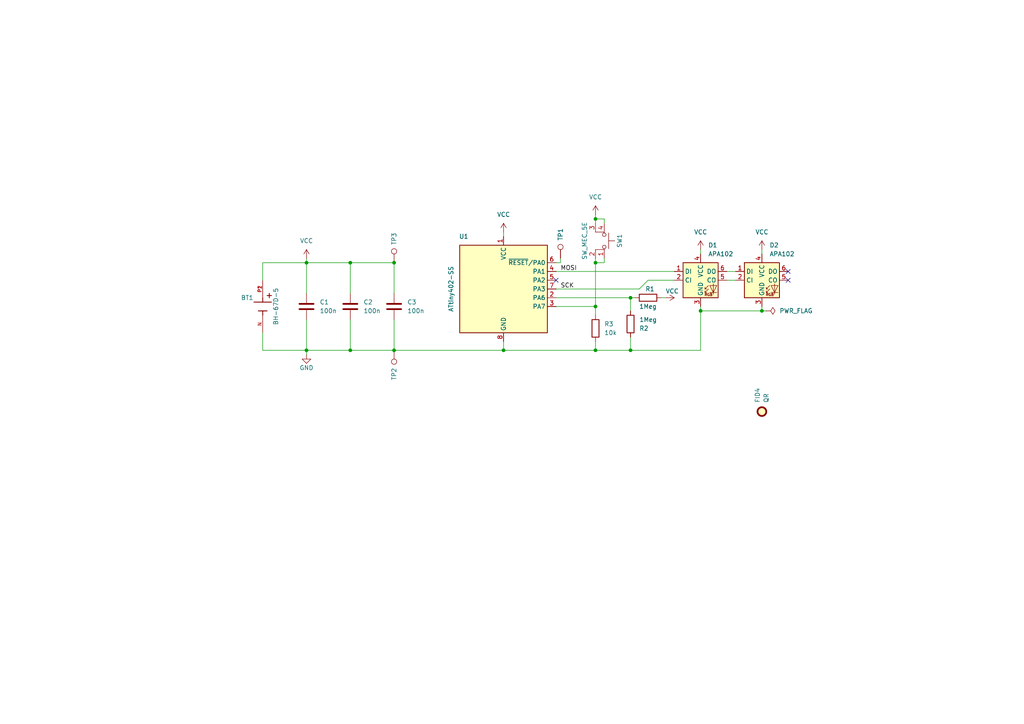
<source format=kicad_sch>
(kicad_sch (version 20230121) (generator eeschema)
  (paper "A4")
  (title_block (title "${acronym} - ${title}") (date "${date}") (rev "${revision}") (company "${company}") (comment 1 "${creator}") (comment 2 "${license}"))
  (lib_symbols
    (symbol "Battery_BH:BH-67D-5" (pin_names (offset 1.016))
      (property "Reference" "BT" (at -3.81 3.81 0))
      (property "Value" "BH-67D-5" (at -3.81 -5.08 0))
      (symbol "BH-67D-5_0_0"
        (polyline (pts (xy -3.81 1.905) (xy -2.54 1.905)) (stroke (width 0.254)))
        (polyline (pts (xy -3.175 2.54) (xy -3.175 1.27)) (stroke (width 0.254)))
        (polyline (pts (xy -1.27 0) (xy -2.54 0)) (stroke (width 0.254)))
        (polyline (pts (xy -1.27 2.54) (xy -1.27 -2.54)) (stroke (width 0.254)))
        (polyline (pts (xy 1.27 0) (xy 2.54 0)) (stroke (width 0.254)))
        (polyline (pts (xy 1.27 1.27) (xy 1.27 -1.27)) (stroke (width 0.254)))
      )
      (symbol "BH-67D-5_1_0"
        (pin power_out line (at 7.62 0 180) (length 5.08) (name "~") (number "N"))
        (pin power_out line (at -7.62 0 0) (length 5.08) (name "~") (number "P1"))
        (pin power_out line (at -7.62 0 0) (length 5.08) (name "~") (number "P2"))
      )
    )
    (symbol "Connector:TestPoint" (pin_numbers hide) (pin_names (offset 0.762) hide)
      (property "Reference" "TP" (at 0 6.858 0))
      (property "Value" "TestPoint" (at 0 5.08 0))
      (symbol "TestPoint_0_1"
        (circle (center 0 3.302) (radius 0.762))
      )
      (symbol "TestPoint_1_1"
        (pin passive line (at 0 0 90) (length 2.54) (name "1") (number "1"))
      )
    )
    (symbol "Device:C" (pin_numbers hide) (pin_names (offset 0.254))
      (property "Reference" "C" (at 0.635 2.54 0))
      (property "Value" "C" (at 0.635 -2.54 0))
      (symbol "C_0_1"
        (polyline (pts (xy -2.032 -0.762) (xy 2.032 -0.762)) (stroke (width 0.508)))
        (polyline (pts (xy -2.032 0.762) (xy 2.032 0.762)) (stroke (width 0.508)))
      )
      (symbol "C_1_1"
        (pin passive line (at 0 3.81 270) (length 2.794) (name "~") (number "1"))
        (pin passive line (at 0 -3.81 90) (length 2.794) (name "~") (number "2"))
      )
    )
    (symbol "Device:R" (pin_numbers hide) (pin_names (offset 0))
      (property "Reference" "R" (at 2.032 0 90))
      (property "Value" "R" (at 0 0 90))
      (symbol "R_0_1"
        (rectangle (start -1.016 -2.54) (end 1.016 2.54) (stroke (width 0.254)))
      )
      (symbol "R_1_1"
        (pin passive line (at 0 3.81 270) (length 1.27) (name "~") (number "1"))
        (pin passive line (at 0 -3.81 90) (length 1.27) (name "~") (number "2"))
      )
    )
    (symbol "LED:APA102"
      (property "Reference" "D" (at 5.08 5.715 0))
      (property "Value" "APA102" (at 1.27 -5.715 0))
      (symbol "APA102_0_0"
        (text "RGB" (at 2.286 -4.191 0) (effects (font (size 0.762 0.762))))
      )
      (symbol "APA102_0_1"
        (polyline (pts (xy 1.27 -3.556) (xy 1.778 -3.556)))
        (polyline (pts (xy 1.27 -2.54) (xy 1.778 -2.54)))
        (polyline (pts (xy 4.699 -3.556) (xy 2.667 -3.556)))
        (polyline (pts (xy 2.286 -2.54) (xy 1.27 -3.556) (xy 1.27 -3.048)))
        (polyline (pts (xy 2.286 -1.524) (xy 1.27 -2.54) (xy 1.27 -2.032)))
        (polyline (pts (xy 3.683 -1.016) (xy 3.683 -3.556) (xy 3.683 -4.064)))
        (polyline (pts (xy 4.699 -1.524) (xy 2.667 -1.524) (xy 3.683 -3.556) (xy 4.699 -1.524)))
        (rectangle (start 5.08 5.08) (end -5.08 -5.08) (stroke (width 0.254)) (fill (type background)))
      )
      (symbol "APA102_1_1"
        (pin input line (at -7.62 2.54 0) (length 2.54) (name "DI") (number "1"))
        (pin input line (at -7.62 0 0) (length 2.54) (name "CI") (number "2"))
        (pin power_in line (at 0 -7.62 90) (length 2.54) (name "GND") (number "3"))
        (pin power_in line (at 0 7.62 270) (length 2.54) (name "VCC") (number "4"))
        (pin output line (at 7.62 0 180) (length 2.54) (name "CO") (number "5"))
        (pin output line (at 7.62 2.54 180) (length 2.54) (name "DO") (number "6"))
      )
    )
    (symbol "MCU_Microchip_ATtiny:ATtiny402-SS"
      (property "Reference" "U" (at -12.7 13.97 0))
      (property "Value" "ATtiny402-SS" (at 2.54 -13.97 0))
      (symbol "ATtiny402-SS_0_1"
        (rectangle (start -12.7 -12.7) (end 12.7 12.7) (stroke (width 0.254)) (fill (type background)))
      )
      (symbol "ATtiny402-SS_1_1"
        (pin power_in line (at 0 15.24 270) (length 2.54) (name "VCC") (number "1"))
        (pin bidirectional line (at 15.24 -2.54 180) (length 2.54) (name "PA6") (number "2"))
        (pin bidirectional line (at 15.24 -5.08 180) (length 2.54) (name "PA7") (number "3"))
        (pin bidirectional line (at 15.24 5.08 180) (length 2.54) (name "PA1") (number "4"))
        (pin bidirectional line (at 15.24 2.54 180) (length 2.54) (name "PA2") (number "5"))
        (pin bidirectional line (at 15.24 7.62 180) (length 2.54) (name "~{RESET}/PA0") (number "6"))
        (pin bidirectional line (at 15.24 0 180) (length 2.54) (name "PA3") (number "7"))
        (pin power_in line (at 0 -15.24 90) (length 2.54) (name "GND") (number "8"))
      )
    )
    (symbol "Mechanical:Fiducial"
      (property "Reference" "FID" (at 0 5.08 0))
      (property "Value" "Fiducial" (at 0 3.175 0))
      (symbol "Fiducial_0_1"
        (circle (center 0 0) (radius 1.27) (stroke (width 0.508)) (fill (type background)))
      )
    )
    (symbol "Switch:SW_MEC_5E" (pin_names (offset 1.016) hide)
      (property "Reference" "SW" (at 0.635 5.715 0))
      (property "Value" "SW_MEC_5E" (at 0 -3.175 0))
      (symbol "SW_MEC_5E_0_1"
        (circle (center -1.778 2.54) (radius 0.508))
        (polyline (pts (xy -2.286 3.81) (xy 2.286 3.81)))
        (polyline (pts (xy 0 3.81) (xy 0 5.588)))
        (polyline (pts (xy -2.54 0) (xy -2.54 2.54) (xy -2.286 2.54)))
        (polyline (pts (xy 2.54 0) (xy 2.54 2.54) (xy 2.286 2.54)))
        (circle (center 1.778 2.54) (radius 0.508))
        (pin passive line (at -5.08 2.54 0) (length 2.54) (name "1") (number "1"))
        (pin passive line (at -5.08 0 0) (length 2.54) (name "2") (number "2"))
        (pin passive line (at 5.08 0 180) (length 2.54) (name "K") (number "3"))
        (pin passive line (at 5.08 2.54 180) (length 2.54) (name "A") (number "4"))
      )
    )
    (symbol "power:GND" (power) (pin_names (offset 0))
      (property "Value" "GND" (at 0 -3.81 0))
      (symbol "GND_0_1"
        (polyline (pts (xy 0 0) (xy 0 -1.27) (xy 1.27 -1.27) (xy 0 -2.54) (xy -1.27 -1.27) (xy 0 -1.27)))
      )
      (symbol "GND_1_1"
        (pin power_in line (at 0 0 270) (length 0) hide (name "GND") (number "1"))
      )
    )
    (symbol "power:PWR_FLAG" (power) (pin_numbers hide) (pin_names (offset 0) hide)
      (property "Value" "PWR_FLAG" (at 0 3.81 0))
      (symbol "PWR_FLAG_0_0"
        (pin power_out line (at 0 0 90) (length 0) (name "pwr") (number "1"))
      )
      (symbol "PWR_FLAG_0_1"
        (polyline (pts (xy 0 0) (xy 0 1.27) (xy -1.016 1.905) (xy 0 2.54) (xy 1.016 1.905) (xy 0 1.27)))
      )
    )
    (symbol "power:VCC" (power) (pin_names (offset 0))
      (property "Value" "VCC" (at 0 3.81 0))
      (symbol "VCC_0_1"
        (polyline (pts (xy -0.762 1.27) (xy 0 2.54)))
        (polyline (pts (xy 0 0) (xy 0 2.54)))
        (polyline (pts (xy 0 2.54) (xy 0.762 1.27)))
      )
      (symbol "VCC_1_1"
        (pin power_in line (at 0 0 90) (length 0) hide (name "VCC") (number "1"))
      )
    )
  )
  (junction (at 172.72 88.9))
  (junction (at 220.98 90.17))
  (junction (at 88.9 101.6))
  (junction (at 88.9 76.2))
  (junction (at 101.6 76.2))
  (junction (at 114.3 76.2))
  (junction (at 182.88 101.6))
  (junction (at 101.6 101.6))
  (junction (at 172.72 101.6))
  (junction (at 182.88 86.36))
  (junction (at 172.72 63.5))
  (junction (at 146.05 101.6))
  (junction (at 172.72 76.2))
  (junction (at 114.3 101.6))
  (junction (at 203.2 90.17))
  (no_connect (at 228.6 81.28))
  (no_connect (at 161.29 81.28))
  (no_connect (at 228.6 78.74))
  (wire (pts (xy 175.26 76.2) (xy 175.26 74.93)))
  (wire (pts (xy 172.72 62.23) (xy 172.72 63.5)))
  (wire (pts (xy 175.26 76.2) (xy 172.72 76.2)))
  (wire (pts (xy 175.26 63.5) (xy 172.72 63.5)))
  (wire (pts (xy 182.88 101.6) (xy 203.2 101.6)))
  (wire (pts (xy 213.36 81.28) (xy 210.82 81.28)))
  (wire (pts (xy 172.72 76.2) (xy 172.72 88.9)))
  (wire (pts (xy 146.05 67.31) (xy 146.05 68.58)))
  (wire (pts (xy 220.98 88.9) (xy 220.98 90.17)))
  (wire (pts (xy 146.05 101.6) (xy 172.72 101.6)))
  (wire (pts (xy 161.29 83.82) (xy 185.42 83.82)))
  (wire (pts (xy 88.9 74.93) (xy 88.9 76.2)))
  (wire (pts (xy 146.05 99.06) (xy 146.05 101.6)))
  (wire (pts (xy 161.29 88.9) (xy 172.72 88.9)))
  (wire (pts (xy 114.3 101.6) (xy 146.05 101.6)))
  (wire (pts (xy 182.88 97.79) (xy 182.88 101.6)))
  (wire (pts (xy 114.3 76.2) (xy 114.3 85.09)))
  (wire (pts (xy 172.72 64.77) (xy 172.72 63.5)))
  (wire (pts (xy 182.88 90.17) (xy 182.88 86.36)))
  (wire (pts (xy 114.3 92.71) (xy 114.3 101.6)))
  (wire (pts (xy 203.2 90.17) (xy 203.2 101.6)))
  (wire (pts (xy 175.26 64.77) (xy 175.26 63.5)))
  (wire (pts (xy 88.9 92.71) (xy 88.9 101.6)))
  (wire (pts (xy 162.56 76.2) (xy 161.29 76.2)))
  (wire (pts (xy 88.9 76.2) (xy 88.9 85.09)))
  (wire (pts (xy 172.72 76.2) (xy 172.72 74.93)))
  (wire (pts (xy 88.9 76.2) (xy 101.6 76.2)))
  (wire (pts (xy 76.2 76.2) (xy 88.9 76.2)))
  (wire (pts (xy 76.2 101.6) (xy 88.9 101.6)))
  (wire (pts (xy 172.72 99.06) (xy 172.72 101.6)))
  (wire (pts (xy 185.42 83.82) (xy 187.96 81.28)))
  (wire (pts (xy 88.9 101.6) (xy 88.9 102.87)))
  (wire (pts (xy 101.6 92.71) (xy 101.6 101.6)))
  (wire (pts (xy 172.72 88.9) (xy 172.72 91.44)))
  (wire (pts (xy 184.15 86.36) (xy 182.88 86.36)))
  (wire (pts (xy 161.29 78.74) (xy 195.58 78.74)))
  (wire (pts (xy 172.72 101.6) (xy 182.88 101.6)))
  (wire (pts (xy 203.2 88.9) (xy 203.2 90.17)))
  (wire (pts (xy 101.6 76.2) (xy 101.6 85.09)))
  (wire (pts (xy 220.98 90.17) (xy 222.25 90.17)))
  (wire (pts (xy 187.96 81.28) (xy 195.58 81.28)))
  (wire (pts (xy 162.56 74.93) (xy 162.56 76.2)))
  (wire (pts (xy 76.2 76.2) (xy 76.2 81.28)))
  (wire (pts (xy 101.6 101.6) (xy 114.3 101.6)))
  (wire (pts (xy 76.2 96.52) (xy 76.2 101.6)))
  (wire (pts (xy 213.36 78.74) (xy 210.82 78.74)))
  (wire (pts (xy 101.6 76.2) (xy 114.3 76.2)))
  (wire (pts (xy 220.98 72.39) (xy 220.98 73.66)))
  (wire (pts (xy 88.9 101.6) (xy 101.6 101.6)))
  (wire (pts (xy 193.04 86.36) (xy 191.77 86.36)))
  (wire (pts (xy 161.29 86.36) (xy 182.88 86.36)))
  (wire (pts (xy 203.2 72.39) (xy 203.2 73.66)))
  (wire (pts (xy 203.2 90.17) (xy 220.98 90.17)))
  (label "SCK" (at 162.56 83.82 0))
  (label "MOSI" (at 162.56 78.74 0))
  (symbol (lib_id "Device:R") (at 172.72 95.25 0) (unit 1)
    (property "Reference" "R3" (at 175.26 93.98 0) (effects (justify left)))
    (property "Value" "10k" (at 175.26 96.52 0) (effects (justify left)))
    (property "Footprint" "Resistor_SMD:R_1206_3216Metric" (effects hide))
    (property "Vendor" "HTL" (effects hide))
    (property "VendorId" "102967" (effects hide))
  )
  (symbol (lib_id "power:VCC") (at 203.2 72.39 0) (mirror y) (unit 1)
    (property "Reference" "#PWR01" (effects hide))
    (property "Value" "VCC" (at 203.2 67.31 0))
  )
  (symbol (lib_id "Device:R") (at 187.96 86.36 90) (unit 1)
    (property "Reference" "R1" (at 189.865 83.82 90) (effects (justify left)))
    (property "Value" "1Meg" (at 190.5 88.9 90) (effects (justify left)))
    (property "Footprint" "Resistor_SMD:R_1206_3216Metric" (effects hide))
    (property "Vendor" "HTL" (effects hide))
    (property "VendorId" "102999" (effects hide))
  )
  (symbol (lib_id "power:VCC") (at 193.04 86.36 270) (mirror x) (unit 1)
    (property "Reference" "#PWR03" (effects hide))
    (property "Value" "VCC" (at 193.04 84.455 90) (effects (justify left)))
  )
  (symbol (lib_id "power:VCC") (at 220.98 72.39 0) (mirror y) (unit 1)
    (property "Reference" "#PWR012" (effects hide))
    (property "Value" "VCC" (at 220.98 67.31 0))
  )
  (symbol (lib_id "power:VCC") (at 88.9 74.93 0) (mirror y) (unit 1)
    (property "Reference" "#PWR07" (effects hide))
    (property "Value" "VCC" (at 88.9 69.85 0))
  )
  (symbol (lib_id "power:VCC") (at 172.72 62.23 0) (unit 1)
    (property "Reference" "#PWR013" (effects hide))
    (property "Value" "VCC" (at 172.72 57.15 0))
  )
  (symbol (lib_id "power:VCC") (at 146.05 67.31 0) (mirror y) (unit 1)
    (property "Reference" "#PWR09" (effects hide))
    (property "Value" "VCC" (at 146.05 62.23 0))
  )
  (symbol (lib_id "LED:APA102") (at 220.98 81.28 0) (unit 1)
    (property "Reference" "D2" (at 223.1741 71.12 0) (effects (justify left)))
    (property "Value" "APA102" (at 223.1741 73.66 0) (effects (justify left)))
    (property "Footprint" "LED_SMD:LED_RGB_5050-6" (effects hide))
    (property "Datasheet" "http://www.led-color.com/upload/201506/APA102%20LED.pdf" (effects hide))
    (property "Vendor" "DigiKey" (effects hide))
    (property "VendorId" "3147-T3A33BRG-H9C0002X1U1930CT-ND" (effects hide))
  )
  (symbol (lib_id "LED:APA102") (at 203.2 81.28 0) (unit 1)
    (property "Reference" "D1" (at 205.3941 71.12 0) (effects (justify left)))
    (property "Value" "APA102" (at 205.3941 73.66 0) (effects (justify left)))
    (property "Footprint" "LED_SMD:LED_RGB_5050-6" (effects hide))
    (property "Datasheet" "http://www.led-color.com/upload/201506/APA102%20LED.pdf" (effects hide))
    (property "Vendor" "DigiKey" (effects hide))
    (property "VendorId" "3147-T3A33BRG-H9C0002X1U1930CT-ND" (effects hide))
  )
  (symbol (lib_id "Device:C") (at 101.6 88.9 0) (unit 1)
    (property "Reference" "C2" (at 105.41 87.63 0) (effects (justify left)))
    (property "Value" "100n" (at 105.41 90.17 0) (effects (justify left)))
    (property "Footprint" "Capacitor_SMD:C_1206_3216Metric" (effects hide))
    (property "Vendor" "HTL" (effects hide))
    (property "VendorId" "100128" (effects hide))
  )
  (symbol (lib_id "Device:R") (at 182.88 93.98 0) (mirror x) (unit 1)
    (property "Reference" "R2" (at 185.42 95.25 0) (effects (justify left)))
    (property "Value" "1Meg" (at 185.42 92.71 0) (effects (justify left)))
    (property "Footprint" "Resistor_SMD:R_1206_3216Metric" (effects hide))
    (property "Vendor" "HTL" (effects hide))
    (property "VendorId" "102999" (effects hide))
  )
  (symbol (lib_id "Connector:TestPoint") (at 114.3 76.2 0) (unit 1) (in_bom no)
    (property "Reference" "TP3" (at 114.3 71.12 90) (effects (justify left)))
    (property "Value" "TestPoint" (effects hide))
    (property "Footprint" "TestPoint:TestPoint_Pad_D1.5mm" (effects hide))
  )
  (symbol (lib_id "Battery_BH:BH-67D-5") (at 76.2 88.9 270) (unit 1)
    (property "Reference" "BT1" (at 69.85 86.36 90) (effects (justify left)))
    (property "Value" "BH-67D-5" (at 80.01 88.9 0))
    (property "Footprint" "Battery_BH:BAT_BH-67D-5" (effects hide))
    (property "Vendor" "HTL" (effects hide))
    (property "VendorId" "103288, 102284" (effects hide))
  )
  (symbol (lib_id "Connector:TestPoint") (at 114.3 101.6 180) (unit 1) (in_bom no)
    (property "Reference" "TP2" (at 114.3 106.68 90) (effects (justify left)))
    (property "Value" "TestPoint" (effects hide))
    (property "Footprint" "TestPoint:TestPoint_Pad_D1.5mm" (effects hide))
  )
  (symbol (lib_id "Device:C") (at 88.9 88.9 0) (unit 1)
    (property "Reference" "C1" (at 92.71 87.63 0) (effects (justify left)))
    (property "Value" "100n" (at 92.71 90.17 0) (effects (justify left)))
    (property "Footprint" "Capacitor_SMD:C_1206_3216Metric" (effects hide))
    (property "Vendor" "HTL" (effects hide))
    (property "VendorId" "100128" (effects hide))
  )
  (symbol (lib_id "Device:C") (at 114.3 88.9 0) (unit 1)
    (property "Reference" "C3" (at 118.11 87.63 0) (effects (justify left)))
    (property "Value" "100n" (at 118.11 90.17 0) (effects (justify left)))
    (property "Footprint" "Capacitor_SMD:C_1206_3216Metric" (effects hide))
    (property "Vendor" "HTL" (effects hide))
    (property "VendorId" "100128" (effects hide))
  )
  (symbol (lib_id "power:GND") (at 88.9 102.87 0) (mirror y) (unit 1)
    (property "Reference" "#PWR08" (effects hide))
    (property "Value" "GND" (at 88.9 106.68 0))
  )
  (symbol (lib_id "MCU_Microchip_ATtiny:ATtiny402-SS") (at 146.05 83.82 0) (unit 1)
    (property "Reference" "U1" (at 135.89 68.58 0) (effects (justify right)))
    (property "Value" "ATtiny402-SS" (at 130.81 83.82 90))
    (property "Footprint" "Package_SO:SOIC-8_3.9x4.9mm_P1.27mm" (effects hide))
    (property "Datasheet" "http://ww1.microchip.com/downloads/en/DeviceDoc/ATtiny202-402-AVR-MCU-with-Core-Independent-Peripherals_and-picoPower-40001969A.pdf" (effects hide))
    (property "Vendor" "DigiKey" (effects hide))
    (property "VendorId" "ATTINY402-SSNRCT-ND" (effects hide))
  )
  (symbol (lib_id "Switch:SW_MEC_5E") (at 172.72 69.85 270) (mirror x) (unit 1)
    (property "Reference" "SW1" (at 179.705 69.85 0))
    (property "Value" "SW_MEC_5E" (at 169.545 69.85 0))
    (property "Footprint" "PTS530:SW_PTS530_GK055_SMTR_LFS" (effects hide))
    (property "Datasheet" "http://www.apem.com/int/index.php?controller=attachment&id_attachment=1371" (effects hide))
    (property "Vendor" "HTL" (effects hide))
    (property "VendorId" "103586" (effects hide))
  )
  (symbol (lib_id "Mechanical:Fiducial") (at 220.98 119.38 0) (unit 1)
    (property "Reference" "FID4" (at 219.71 116.84 90) (effects (justify left)))
    (property "Value" "QR" (at 222.25 116.84 90) (effects (justify left)))
    (property "Footprint" "Images:QR_0x007e_small" (effects hide))
  )
  (symbol (lib_id "power:PWR_FLAG") (at 222.25 90.17 270) (unit 1)
    (property "Reference" "#FLG01" (effects hide))
    (property "Value" "PWR_FLAG" (at 226.06 90.17 90) (effects (justify left)))
  )
  (symbol (lib_id "Connector:TestPoint") (at 162.56 74.93 0) (unit 1) (in_bom no)
    (property "Reference" "TP1" (at 162.56 69.85 90) (effects (justify left)))
    (property "Value" "TestPoint" (effects hide))
    (property "Footprint" "TestPoint:TestPoint_Pad_D1.5mm" (effects hide))
  )
)
</source>
